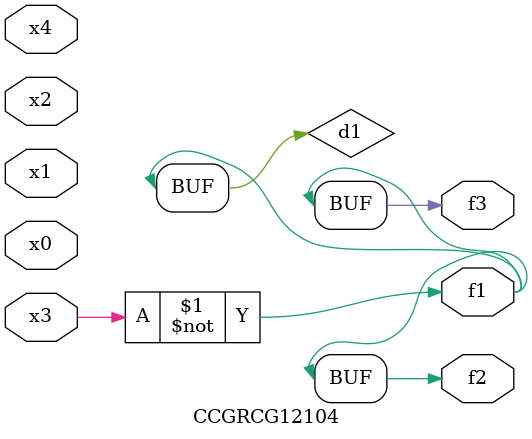
<source format=v>
module CCGRCG12104(
	input x0, x1, x2, x3, x4,
	output f1, f2, f3
);

	wire d1, d2;

	xnor (d1, x3);
	not (d2, x1);
	assign f1 = d1;
	assign f2 = d1;
	assign f3 = d1;
endmodule

</source>
